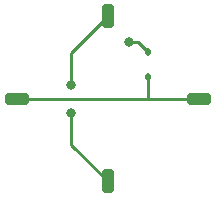
<source format=gbl>
%TF.GenerationSoftware,KiCad,Pcbnew,7.0.7*%
%TF.CreationDate,2023-11-04T12:16:01+01:00*%
%TF.ProjectId,amoeba-ulp,616d6f65-6261-42d7-956c-702e6b696361,rev?*%
%TF.SameCoordinates,Original*%
%TF.FileFunction,Copper,L2,Bot*%
%TF.FilePolarity,Positive*%
%FSLAX46Y46*%
G04 Gerber Fmt 4.6, Leading zero omitted, Abs format (unit mm)*
G04 Created by KiCad (PCBNEW 7.0.7) date 2023-11-04 12:16:01*
%MOMM*%
%LPD*%
G01*
G04 APERTURE LIST*
G04 Aperture macros list*
%AMRoundRect*
0 Rectangle with rounded corners*
0 $1 Rounding radius*
0 $2 $3 $4 $5 $6 $7 $8 $9 X,Y pos of 4 corners*
0 Add a 4 corners polygon primitive as box body*
4,1,4,$2,$3,$4,$5,$6,$7,$8,$9,$2,$3,0*
0 Add four circle primitives for the rounded corners*
1,1,$1+$1,$2,$3*
1,1,$1+$1,$4,$5*
1,1,$1+$1,$6,$7*
1,1,$1+$1,$8,$9*
0 Add four rect primitives between the rounded corners*
20,1,$1+$1,$2,$3,$4,$5,0*
20,1,$1+$1,$4,$5,$6,$7,0*
20,1,$1+$1,$6,$7,$8,$9,0*
20,1,$1+$1,$8,$9,$2,$3,0*%
G04 Aperture macros list end*
%TA.AperFunction,SMDPad,CuDef*%
%ADD10RoundRect,0.250000X0.250000X0.750000X-0.250000X0.750000X-0.250000X-0.750000X0.250000X-0.750000X0*%
%TD*%
%TA.AperFunction,SMDPad,CuDef*%
%ADD11RoundRect,0.250000X0.750000X-0.250000X0.750000X0.250000X-0.750000X0.250000X-0.750000X-0.250000X0*%
%TD*%
%TA.AperFunction,SMDPad,CuDef*%
%ADD12RoundRect,0.112500X0.112500X-0.187500X0.112500X0.187500X-0.112500X0.187500X-0.112500X-0.187500X0*%
%TD*%
%TA.AperFunction,ViaPad*%
%ADD13C,0.800000*%
%TD*%
%TA.AperFunction,Conductor*%
%ADD14C,0.250000*%
%TD*%
G04 APERTURE END LIST*
D10*
%TO.P,C,2*%
%TO.N,Column*%
X107100000Y-113400000D03*
%TD*%
D11*
%TO.P,R,1*%
%TO.N,Row*%
X99400000Y-106400000D03*
%TD*%
D10*
%TO.P,C,1*%
%TO.N,Column*%
X107100000Y-99400000D03*
%TD*%
D11*
%TO.P,R,2*%
%TO.N,Row*%
X114800000Y-106400000D03*
%TD*%
D12*
%TO.P,D1,2,A*%
%TO.N,Net-(D1-A)*%
X110500000Y-102450000D03*
%TO.P,D1,1,K*%
%TO.N,Row*%
X110500000Y-104550000D03*
%TD*%
D13*
%TO.N,Column*%
X104000000Y-105200000D03*
X104000000Y-107600000D03*
%TO.N,Net-(D1-A)*%
X108900000Y-101600000D03*
%TD*%
D14*
%TO.N,Column*%
X104000000Y-102500000D02*
X107100000Y-99400000D01*
X104000000Y-105200000D02*
X104000000Y-102500000D01*
X104000000Y-107600000D02*
X104000000Y-110300000D01*
X104000000Y-110300000D02*
X107100000Y-113400000D01*
%TO.N,Row*%
X110500000Y-106400000D02*
X114800000Y-106400000D01*
X110500000Y-104550000D02*
X110500000Y-106400000D01*
X99400000Y-106400000D02*
X110500000Y-106400000D01*
X99300000Y-106300000D02*
X99400000Y-106400000D01*
%TO.N,Net-(D1-A)*%
X108900000Y-101600000D02*
X109675000Y-101600000D01*
X109675000Y-101600000D02*
X110500000Y-102425000D01*
X110500000Y-102425000D02*
X110500000Y-102450000D01*
%TD*%
M02*

</source>
